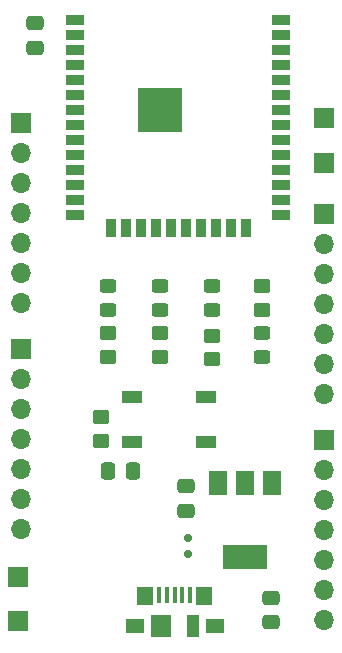
<source format=gbr>
%TF.GenerationSoftware,KiCad,Pcbnew,7.0.2*%
%TF.CreationDate,2023-08-23T23:39:57+05:30*%
%TF.ProjectId,esp32_dev_board,65737033-325f-4646-9576-5f626f617264,rev?*%
%TF.SameCoordinates,Original*%
%TF.FileFunction,Soldermask,Top*%
%TF.FilePolarity,Negative*%
%FSLAX46Y46*%
G04 Gerber Fmt 4.6, Leading zero omitted, Abs format (unit mm)*
G04 Created by KiCad (PCBNEW 7.0.2) date 2023-08-23 23:39:57*
%MOMM*%
%LPD*%
G01*
G04 APERTURE LIST*
G04 Aperture macros list*
%AMRoundRect*
0 Rectangle with rounded corners*
0 $1 Rounding radius*
0 $2 $3 $4 $5 $6 $7 $8 $9 X,Y pos of 4 corners*
0 Add a 4 corners polygon primitive as box body*
4,1,4,$2,$3,$4,$5,$6,$7,$8,$9,$2,$3,0*
0 Add four circle primitives for the rounded corners*
1,1,$1+$1,$2,$3*
1,1,$1+$1,$4,$5*
1,1,$1+$1,$6,$7*
1,1,$1+$1,$8,$9*
0 Add four rect primitives between the rounded corners*
20,1,$1+$1,$2,$3,$4,$5,0*
20,1,$1+$1,$4,$5,$6,$7,0*
20,1,$1+$1,$6,$7,$8,$9,0*
20,1,$1+$1,$8,$9,$2,$3,0*%
G04 Aperture macros list end*
%ADD10R,1.700000X1.000000*%
%ADD11RoundRect,0.250000X-0.475000X0.337500X-0.475000X-0.337500X0.475000X-0.337500X0.475000X0.337500X0*%
%ADD12RoundRect,0.250000X0.337500X0.475000X-0.337500X0.475000X-0.337500X-0.475000X0.337500X-0.475000X0*%
%ADD13RoundRect,0.250000X-0.450000X0.350000X-0.450000X-0.350000X0.450000X-0.350000X0.450000X0.350000X0*%
%ADD14RoundRect,0.250000X0.450000X-0.325000X0.450000X0.325000X-0.450000X0.325000X-0.450000X-0.325000X0*%
%ADD15RoundRect,0.250000X-0.450000X0.325000X-0.450000X-0.325000X0.450000X-0.325000X0.450000X0.325000X0*%
%ADD16R,1.500000X0.900000*%
%ADD17R,0.900000X1.500000*%
%ADD18C,0.600000*%
%ADD19R,3.800000X3.800000*%
%ADD20RoundRect,0.150000X0.200000X-0.150000X0.200000X0.150000X-0.200000X0.150000X-0.200000X-0.150000X0*%
%ADD21R,1.500000X2.000000*%
%ADD22R,3.800000X2.000000*%
%ADD23R,0.450000X1.380000*%
%ADD24R,1.650000X1.300000*%
%ADD25R,1.425000X1.550000*%
%ADD26R,1.800000X1.900000*%
%ADD27R,1.000000X1.900000*%
%ADD28RoundRect,0.250000X0.475000X-0.337500X0.475000X0.337500X-0.475000X0.337500X-0.475000X-0.337500X0*%
%ADD29RoundRect,0.250000X0.450000X-0.350000X0.450000X0.350000X-0.450000X0.350000X-0.450000X-0.350000X0*%
%ADD30R,1.700000X1.700000*%
%ADD31O,1.700000X1.700000*%
G04 APERTURE END LIST*
D10*
%TO.C,SW1*%
X108200000Y-101800000D03*
X114500000Y-101800000D03*
X108200000Y-105600000D03*
X114500000Y-105600000D03*
%TD*%
D11*
%TO.C,C4*%
X120000000Y-118800000D03*
X120000000Y-120875000D03*
%TD*%
D12*
%TO.C,C2*%
X108287500Y-108100000D03*
X106212500Y-108100000D03*
%TD*%
D13*
%TO.C,R1*%
X106225000Y-96375000D03*
X106225000Y-98375000D03*
%TD*%
D14*
%TO.C,D5*%
X115025000Y-94425000D03*
X115025000Y-92375000D03*
%TD*%
D15*
%TO.C,D2*%
X110625000Y-92375000D03*
X110625000Y-94425000D03*
%TD*%
%TO.C,D1*%
X106225000Y-92375000D03*
X106225000Y-94425000D03*
%TD*%
D16*
%TO.C,U3*%
X103385000Y-69895000D03*
X103385000Y-71165000D03*
X103385000Y-72435000D03*
X103385000Y-73705000D03*
X103385000Y-74975000D03*
X103385000Y-76245000D03*
X103385000Y-77515000D03*
X103385000Y-78785000D03*
X103385000Y-80055000D03*
X103385000Y-81325000D03*
X103385000Y-82595000D03*
X103385000Y-83865000D03*
X103385000Y-85135000D03*
X103385000Y-86405000D03*
D17*
X106420000Y-87500000D03*
X107690000Y-87500000D03*
X108960000Y-87500000D03*
X110230000Y-87500000D03*
X111500000Y-87500000D03*
X112770000Y-87500000D03*
X114040000Y-87500000D03*
X115310000Y-87500000D03*
X116580000Y-87500000D03*
X117850000Y-87500000D03*
D16*
X120885000Y-86405000D03*
X120885000Y-85135000D03*
X120885000Y-83865000D03*
X120885000Y-82595000D03*
X120885000Y-81325000D03*
X120885000Y-80055000D03*
X120885000Y-78785000D03*
X120885000Y-77515000D03*
X120885000Y-76245000D03*
X120885000Y-74975000D03*
X120885000Y-73705000D03*
X120885000Y-72435000D03*
X120885000Y-71165000D03*
X120885000Y-69895000D03*
D18*
X109235000Y-76760000D03*
X109235000Y-78160000D03*
X109935000Y-76060000D03*
X109935000Y-77460000D03*
X109935000Y-78860000D03*
X110635000Y-76760000D03*
D19*
X110635000Y-77460000D03*
D18*
X110635000Y-78160000D03*
X111335000Y-76060000D03*
X111335000Y-77460000D03*
X111335000Y-78860000D03*
X112035000Y-76760000D03*
X112035000Y-78160000D03*
%TD*%
D20*
%TO.C,D4*%
X113000000Y-113700000D03*
X113000000Y-115100000D03*
%TD*%
D21*
%TO.C,U2*%
X120100000Y-109050000D03*
X117800000Y-109050000D03*
D22*
X117800000Y-115350000D03*
D21*
X115500000Y-109050000D03*
%TD*%
D13*
%TO.C,R3*%
X110625000Y-96400000D03*
X110625000Y-98400000D03*
%TD*%
%TO.C,R4*%
X115000000Y-96600000D03*
X115000000Y-98600000D03*
%TD*%
D23*
%TO.C,J3*%
X110550000Y-118540000D03*
X111200000Y-118540000D03*
X111850000Y-118540000D03*
X112500000Y-118540000D03*
X113150000Y-118540000D03*
D24*
X108475000Y-121200000D03*
D25*
X109362500Y-118625000D03*
D26*
X110700000Y-121200000D03*
D27*
X113400000Y-121200000D03*
D25*
X114337500Y-118625000D03*
D24*
X115225000Y-121200000D03*
%TD*%
D15*
%TO.C,D6*%
X119200000Y-96375000D03*
X119200000Y-98425000D03*
%TD*%
D28*
%TO.C,C1*%
X100000000Y-72237500D03*
X100000000Y-70162500D03*
%TD*%
D29*
%TO.C,R2*%
X105650000Y-105500000D03*
X105650000Y-103500000D03*
%TD*%
D11*
%TO.C,C3*%
X112800000Y-109362500D03*
X112800000Y-111437500D03*
%TD*%
D29*
%TO.C,R5*%
X119200000Y-94425000D03*
X119200000Y-92425000D03*
%TD*%
D30*
%TO.C,J1*%
X98800000Y-78575000D03*
D31*
X98800000Y-81115000D03*
X98800000Y-83655000D03*
X98800000Y-86195000D03*
X98800000Y-88735000D03*
X98800000Y-91275000D03*
X98800000Y-93815000D03*
%TD*%
D30*
%TO.C,J4*%
X98600000Y-117000000D03*
%TD*%
%TO.C,J7*%
X124500000Y-105420000D03*
D31*
X124500000Y-107960000D03*
X124500000Y-110500000D03*
X124500000Y-113040000D03*
X124500000Y-115580000D03*
X124500000Y-118120000D03*
X124500000Y-120660000D03*
%TD*%
D30*
%TO.C,J9*%
X98600000Y-120800000D03*
%TD*%
%TO.C,J8*%
X124500000Y-82000000D03*
%TD*%
%TO.C,J2*%
X124520000Y-78200000D03*
%TD*%
%TO.C,J6*%
X124500000Y-86300000D03*
D31*
X124500000Y-88840000D03*
X124500000Y-91380000D03*
X124500000Y-93920000D03*
X124500000Y-96460000D03*
X124500000Y-99000000D03*
X124500000Y-101540000D03*
%TD*%
D30*
%TO.C,J5*%
X98800000Y-97720000D03*
D31*
X98800000Y-100260000D03*
X98800000Y-102800000D03*
X98800000Y-105340000D03*
X98800000Y-107880000D03*
X98800000Y-110420000D03*
X98800000Y-112960000D03*
%TD*%
M02*

</source>
